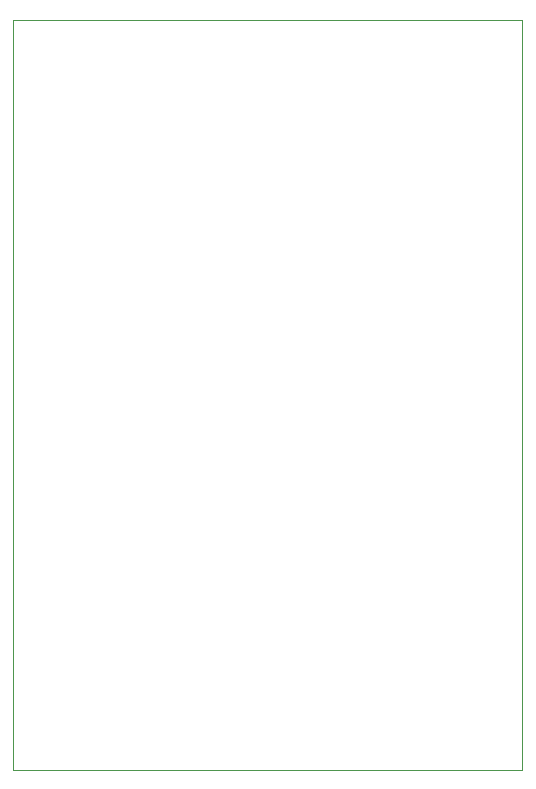
<source format=gbr>
%TF.GenerationSoftware,KiCad,Pcbnew,7.0.7*%
%TF.CreationDate,2023-09-19T20:44:50-06:00*%
%TF.ProjectId,hygienie_pcb,68796769-656e-4696-955f-7063622e6b69,00*%
%TF.SameCoordinates,Original*%
%TF.FileFunction,Profile,NP*%
%FSLAX46Y46*%
G04 Gerber Fmt 4.6, Leading zero omitted, Abs format (unit mm)*
G04 Created by KiCad (PCBNEW 7.0.7) date 2023-09-19 20:44:50*
%MOMM*%
%LPD*%
G01*
G04 APERTURE LIST*
%TA.AperFunction,Profile*%
%ADD10C,0.100000*%
%TD*%
G04 APERTURE END LIST*
D10*
X90600000Y-73660000D02*
X133700000Y-73660000D01*
X133700000Y-137160000D01*
X90600000Y-137160000D01*
X90600000Y-73660000D01*
M02*

</source>
